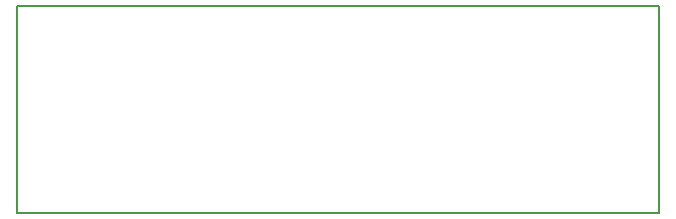
<source format=gbo>
G04 (created by PCBNEW (2013-jul-07)-stable) date Thu 14 Aug 2014 04:05:27 PM EDT*
%MOIN*%
G04 Gerber Fmt 3.4, Leading zero omitted, Abs format*
%FSLAX34Y34*%
G01*
G70*
G90*
G04 APERTURE LIST*
%ADD10C,0.00590551*%
G04 APERTURE END LIST*
G54D10*
X102400Y-49900D02*
X81000Y-49900D01*
X81000Y-49900D02*
X81000Y-56800D01*
X81000Y-56800D02*
X102400Y-56800D01*
X102400Y-56800D02*
X102400Y-49900D01*
M02*

</source>
